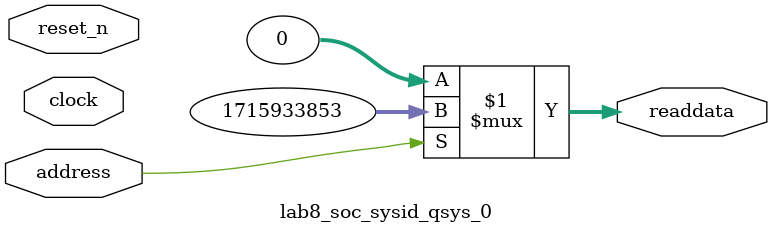
<source format=v>



// synthesis translate_off
`timescale 1ns / 1ps
// synthesis translate_on

// turn off superfluous verilog processor warnings 
// altera message_level Level1 
// altera message_off 10034 10035 10036 10037 10230 10240 10030 

module lab8_soc_sysid_qsys_0 (
               // inputs:
                address,
                clock,
                reset_n,

               // outputs:
                readdata
             )
;

  output  [ 31: 0] readdata;
  input            address;
  input            clock;
  input            reset_n;

  wire    [ 31: 0] readdata;
  //control_slave, which is an e_avalon_slave
  assign readdata = address ? 1715933853 : 0;

endmodule



</source>
